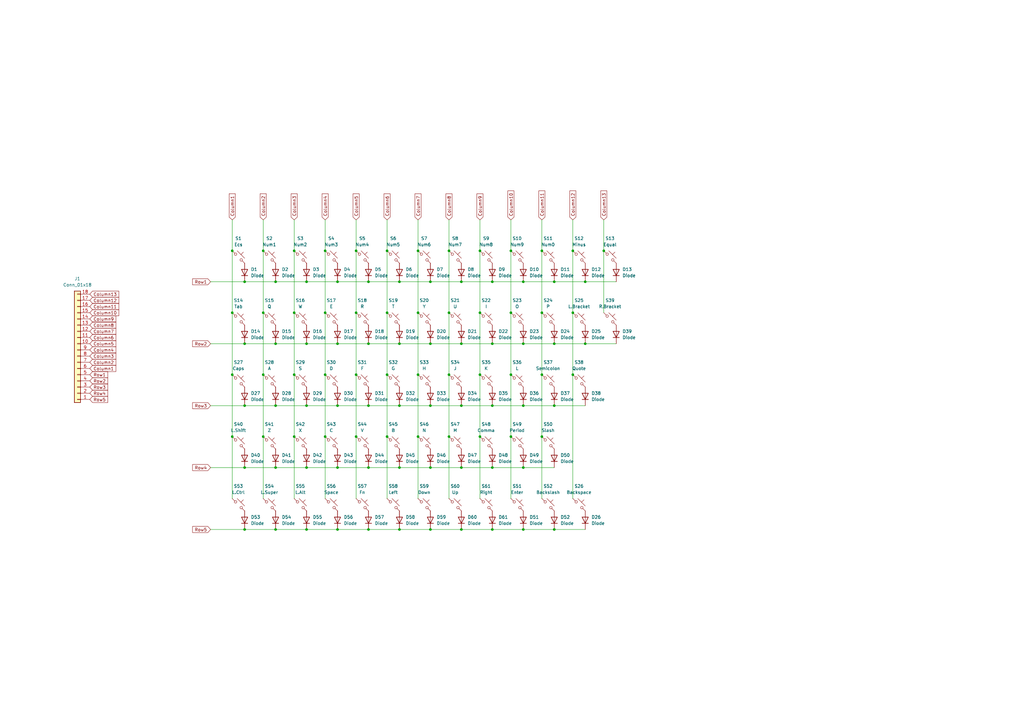
<source format=kicad_sch>
(kicad_sch (version 20231120) (generator "eeschema") (generator_version "8.0")
  (paper "A3")
  (junction (at 240.03 115.57))
  (junction (at 227.33 115.57))
  (junction (at 113.03 191.77))
  (junction (at 247.65 102.87))
  (junction (at 146.05 153.67))
  (junction (at 222.25 153.67))
  (junction (at 146.05 102.87))
  (junction (at 201.93 191.77))
  (junction (at 209.55 128.27))
  (junction (at 176.53 140.97))
  (junction (at 113.03 217.17))
  (junction (at 163.83 191.77))
  (junction (at 214.63 191.77))
  (junction (at 107.95 153.67))
  (junction (at 151.13 166.37))
  (junction (at 100.33 140.97))
  (junction (at 100.33 191.77))
  (junction (at 222.25 128.27))
  (junction (at 214.63 166.37))
  (junction (at 201.93 217.17))
  (junction (at 184.15 128.27))
  (junction (at 100.33 166.37))
  (junction (at 189.23 217.17))
  (junction (at 214.63 217.17))
  (junction (at 125.73 217.17))
  (junction (at 214.63 140.97))
  (junction (at 184.15 153.67))
  (junction (at 107.95 179.07))
  (junction (at 125.73 166.37))
  (junction (at 158.75 102.87))
  (junction (at 209.55 102.87))
  (junction (at 196.85 128.27))
  (junction (at 158.75 179.07))
  (junction (at 95.25 179.07))
  (junction (at 222.25 102.87))
  (junction (at 133.35 128.27))
  (junction (at 163.83 115.57))
  (junction (at 234.95 102.87))
  (junction (at 189.23 115.57))
  (junction (at 184.15 179.07))
  (junction (at 176.53 191.77))
  (junction (at 133.35 102.87))
  (junction (at 138.43 191.77))
  (junction (at 171.45 153.67))
  (junction (at 138.43 115.57))
  (junction (at 113.03 140.97))
  (junction (at 125.73 191.77))
  (junction (at 171.45 102.87))
  (junction (at 209.55 153.67))
  (junction (at 107.95 102.87))
  (junction (at 201.93 140.97))
  (junction (at 176.53 115.57))
  (junction (at 138.43 166.37))
  (junction (at 151.13 191.77))
  (junction (at 120.65 179.07))
  (junction (at 171.45 128.27))
  (junction (at 113.03 166.37))
  (junction (at 196.85 153.67))
  (junction (at 163.83 217.17))
  (junction (at 201.93 166.37))
  (junction (at 189.23 166.37))
  (junction (at 214.63 115.57))
  (junction (at 100.33 217.17))
  (junction (at 222.25 179.07))
  (junction (at 151.13 217.17))
  (junction (at 133.35 153.67))
  (junction (at 158.75 128.27))
  (junction (at 158.75 153.67))
  (junction (at 120.65 102.87))
  (junction (at 146.05 179.07))
  (junction (at 184.15 102.87))
  (junction (at 176.53 217.17))
  (junction (at 189.23 140.97))
  (junction (at 125.73 140.97))
  (junction (at 146.05 128.27))
  (junction (at 120.65 128.27))
  (junction (at 227.33 140.97))
  (junction (at 176.53 166.37))
  (junction (at 151.13 115.57))
  (junction (at 234.95 153.67))
  (junction (at 163.83 166.37))
  (junction (at 171.45 179.07))
  (junction (at 138.43 217.17))
  (junction (at 125.73 115.57))
  (junction (at 95.25 128.27))
  (junction (at 107.95 128.27))
  (junction (at 113.03 115.57))
  (junction (at 100.33 115.57))
  (junction (at 234.95 128.27))
  (junction (at 138.43 140.97))
  (junction (at 133.35 179.07))
  (junction (at 95.25 102.87))
  (junction (at 120.65 153.67))
  (junction (at 227.33 217.17))
  (junction (at 189.23 191.77))
  (junction (at 240.03 140.97))
  (junction (at 227.33 166.37))
  (junction (at 151.13 140.97))
  (junction (at 163.83 140.97))
  (junction (at 196.85 179.07))
  (junction (at 95.25 153.67))
  (junction (at 209.55 179.07))
  (junction (at 196.85 102.87))
  (junction (at 201.93 115.57))
  (wire (pts (xy 100.33 166.37) (xy 113.03 166.37)))
  (wire (pts (xy 209.55 128.27) (xy 209.55 153.67)))
  (wire (pts (xy 209.55 102.87) (xy 209.55 128.27)))
  (wire (pts (xy 189.23 115.57) (xy 201.93 115.57)))
  (wire (pts (xy 138.43 166.37) (xy 151.13 166.37)))
  (wire (pts (xy 222.25 179.07) (xy 222.25 204.47)))
  (wire (pts (xy 201.93 191.77) (xy 214.63 191.77)))
  (wire (pts (xy 163.83 140.97) (xy 176.53 140.97)))
  (wire (pts (xy 95.25 153.67) (xy 95.25 179.07)))
  (wire (pts (xy 138.43 191.77) (xy 151.13 191.77)))
  (wire (pts (xy 107.95 179.07) (xy 107.95 204.47)))
  (wire (pts (xy 196.85 128.27) (xy 196.85 153.67)))
  (wire (pts (xy 176.53 166.37) (xy 189.23 166.37)))
  (wire (pts (xy 163.83 166.37) (xy 176.53 166.37)))
  (wire (pts (xy 107.95 128.27) (xy 107.95 153.67)))
  (wire (pts (xy 120.65 179.07) (xy 120.65 204.47)))
  (wire (pts (xy 247.65 102.87) (xy 247.65 128.27)))
  (wire (pts (xy 201.93 217.17) (xy 214.63 217.17)))
  (wire (pts (xy 163.83 115.57) (xy 176.53 115.57)))
  (wire (pts (xy 86.36 115.57) (xy 100.33 115.57)))
  (wire (pts (xy 158.75 153.67) (xy 158.75 179.07)))
  (wire (pts (xy 107.95 153.67) (xy 107.95 179.07)))
  (wire (pts (xy 138.43 217.17) (xy 151.13 217.17)))
  (wire (pts (xy 222.25 153.67) (xy 222.25 179.07)))
  (wire (pts (xy 95.25 128.27) (xy 95.25 153.67)))
  (wire (pts (xy 227.33 140.97) (xy 240.03 140.97)))
  (wire (pts (xy 146.05 128.27) (xy 146.05 153.67)))
  (wire (pts (xy 176.53 191.77) (xy 189.23 191.77)))
  (wire (pts (xy 158.75 102.87) (xy 158.75 128.27)))
  (wire (pts (xy 120.65 102.87) (xy 120.65 128.27)))
  (wire (pts (xy 146.05 102.87) (xy 146.05 128.27)))
  (wire (pts (xy 227.33 217.17) (xy 240.03 217.17)))
  (wire (pts (xy 125.73 115.57) (xy 138.43 115.57)))
  (wire (pts (xy 146.05 90.17) (xy 146.05 102.87)))
  (wire (pts (xy 201.93 115.57) (xy 214.63 115.57)))
  (wire (pts (xy 125.73 166.37) (xy 138.43 166.37)))
  (wire (pts (xy 133.35 179.07) (xy 133.35 204.47)))
  (wire (pts (xy 113.03 191.77) (xy 125.73 191.77)))
  (wire (pts (xy 171.45 102.87) (xy 171.45 128.27)))
  (wire (pts (xy 196.85 179.07) (xy 196.85 204.47)))
  (wire (pts (xy 209.55 179.07) (xy 209.55 204.47)))
  (wire (pts (xy 196.85 90.17) (xy 196.85 102.87)))
  (wire (pts (xy 158.75 179.07) (xy 158.75 204.47)))
  (wire (pts (xy 95.25 179.07) (xy 95.25 204.47)))
  (wire (pts (xy 113.03 217.17) (xy 125.73 217.17)))
  (wire (pts (xy 151.13 191.77) (xy 163.83 191.77)))
  (wire (pts (xy 86.36 140.97) (xy 100.33 140.97)))
  (wire (pts (xy 189.23 166.37) (xy 201.93 166.37)))
  (wire (pts (xy 125.73 191.77) (xy 138.43 191.77)))
  (wire (pts (xy 138.43 140.97) (xy 151.13 140.97)))
  (wire (pts (xy 151.13 217.17) (xy 163.83 217.17)))
  (wire (pts (xy 95.25 102.87) (xy 95.25 128.27)))
  (wire (pts (xy 107.95 90.17) (xy 107.95 102.87)))
  (wire (pts (xy 209.55 153.67) (xy 209.55 179.07)))
  (wire (pts (xy 171.45 128.27) (xy 171.45 153.67)))
  (wire (pts (xy 222.25 128.27) (xy 222.25 153.67)))
  (wire (pts (xy 196.85 102.87) (xy 196.85 128.27)))
  (wire (pts (xy 176.53 115.57) (xy 189.23 115.57)))
  (wire (pts (xy 113.03 140.97) (xy 125.73 140.97)))
  (wire (pts (xy 138.43 115.57) (xy 151.13 115.57)))
  (wire (pts (xy 86.36 217.17) (xy 100.33 217.17)))
  (wire (pts (xy 189.23 217.17) (xy 201.93 217.17)))
  (wire (pts (xy 125.73 217.17) (xy 138.43 217.17)))
  (wire (pts (xy 201.93 140.97) (xy 214.63 140.97)))
  (wire (pts (xy 146.05 179.07) (xy 146.05 204.47)))
  (wire (pts (xy 107.95 102.87) (xy 107.95 128.27)))
  (wire (pts (xy 133.35 128.27) (xy 133.35 153.67)))
  (wire (pts (xy 120.65 153.67) (xy 120.65 179.07)))
  (wire (pts (xy 247.65 90.17) (xy 247.65 102.87)))
  (wire (pts (xy 171.45 179.07) (xy 171.45 204.47)))
  (wire (pts (xy 125.73 140.97) (xy 138.43 140.97)))
  (wire (pts (xy 158.75 128.27) (xy 158.75 153.67)))
  (wire (pts (xy 214.63 140.97) (xy 227.33 140.97)))
  (wire (pts (xy 163.83 191.77) (xy 176.53 191.77)))
  (wire (pts (xy 171.45 90.17) (xy 171.45 102.87)))
  (wire (pts (xy 133.35 153.67) (xy 133.35 179.07)))
  (wire (pts (xy 86.36 191.77) (xy 100.33 191.77)))
  (wire (pts (xy 151.13 166.37) (xy 163.83 166.37)))
  (wire (pts (xy 176.53 140.97) (xy 189.23 140.97)))
  (wire (pts (xy 184.15 179.07) (xy 184.15 204.47)))
  (wire (pts (xy 133.35 90.17) (xy 133.35 102.87)))
  (wire (pts (xy 234.95 90.17) (xy 234.95 102.87)))
  (wire (pts (xy 120.65 90.17) (xy 120.65 102.87)))
  (wire (pts (xy 240.03 115.57) (xy 252.73 115.57)))
  (wire (pts (xy 151.13 140.97) (xy 163.83 140.97)))
  (wire (pts (xy 100.33 191.77) (xy 113.03 191.77)))
  (wire (pts (xy 234.95 128.27) (xy 234.95 153.67)))
  (wire (pts (xy 100.33 115.57) (xy 113.03 115.57)))
  (wire (pts (xy 163.83 217.17) (xy 176.53 217.17)))
  (wire (pts (xy 113.03 115.57) (xy 125.73 115.57)))
  (wire (pts (xy 146.05 153.67) (xy 146.05 179.07)))
  (wire (pts (xy 234.95 102.87) (xy 234.95 128.27)))
  (wire (pts (xy 100.33 140.97) (xy 113.03 140.97)))
  (wire (pts (xy 86.36 166.37) (xy 100.33 166.37)))
  (wire (pts (xy 158.75 90.17) (xy 158.75 102.87)))
  (wire (pts (xy 113.03 166.37) (xy 125.73 166.37)))
  (wire (pts (xy 184.15 90.17) (xy 184.15 102.87)))
  (wire (pts (xy 176.53 217.17) (xy 189.23 217.17)))
  (wire (pts (xy 189.23 140.97) (xy 201.93 140.97)))
  (wire (pts (xy 209.55 90.17) (xy 209.55 102.87)))
  (wire (pts (xy 214.63 166.37) (xy 227.33 166.37)))
  (wire (pts (xy 184.15 128.27) (xy 184.15 153.67)))
  (wire (pts (xy 227.33 166.37) (xy 240.03 166.37)))
  (wire (pts (xy 214.63 115.57) (xy 227.33 115.57)))
  (wire (pts (xy 95.25 90.17) (xy 95.25 102.87)))
  (wire (pts (xy 151.13 115.57) (xy 163.83 115.57)))
  (wire (pts (xy 227.33 115.57) (xy 240.03 115.57)))
  (wire (pts (xy 189.23 191.77) (xy 201.93 191.77)))
  (wire (pts (xy 201.93 166.37) (xy 214.63 166.37)))
  (wire (pts (xy 214.63 217.17) (xy 227.33 217.17)))
  (wire (pts (xy 120.65 128.27) (xy 120.65 153.67)))
  (wire (pts (xy 222.25 90.17) (xy 222.25 102.87)))
  (wire (pts (xy 171.45 153.67) (xy 171.45 179.07)))
  (wire (pts (xy 222.25 102.87) (xy 222.25 128.27)))
  (wire (pts (xy 234.95 153.67) (xy 234.95 204.47)))
  (wire (pts (xy 133.35 102.87) (xy 133.35 128.27)))
  (wire (pts (xy 184.15 153.67) (xy 184.15 179.07)))
  (wire (pts (xy 240.03 140.97) (xy 252.73 140.97)))
  (wire (pts (xy 184.15 102.87) (xy 184.15 128.27)))
  (wire (pts (xy 196.85 153.67) (xy 196.85 179.07)))
  (wire (pts (xy 214.63 191.77) (xy 227.33 191.77)))
  (wire (pts (xy 100.33 217.17) (xy 113.03 217.17)))
  (global_label "Row3" (shape input) (at 86.36 166.37 180) (property "Intersheetrefs" "${INTERSHEET_REFS}" (effects (hide yes))))
  (global_label "Row2" (shape input) (at 86.36 140.97 180) (property "Intersheetrefs" "${INTERSHEET_REFS}" (effects (hide yes))))
  (global_label "Column6" (shape input) (at 158.75 90.17 90) (property "Intersheetrefs" "${INTERSHEET_REFS}" (effects (hide yes))))
  (global_label "Column2" (shape input) (at 36.83 148.59 0) (property "Intersheetrefs" "${INTERSHEET_REFS}" (effects (hide yes))))
  (global_label "Row1" (shape input) (at 86.36 115.57 180) (property "Intersheetrefs" "${INTERSHEET_REFS}" (effects (hide yes))))
  (global_label "Column8" (shape input) (at 36.83 133.35 0) (property "Intersheetrefs" "${INTERSHEET_REFS}" (effects (hide yes))))
  (global_label "Column4" (shape input) (at 133.35 90.17 90) (property "Intersheetrefs" "${INTERSHEET_REFS}" (effects (hide yes))))
  (global_label "Column12" (shape input) (at 234.95 90.17 90) (property "Intersheetrefs" "${INTERSHEET_REFS}" (effects (hide yes))))
  (global_label "Column10" (shape input) (at 36.83 128.27 0) (property "Intersheetrefs" "${INTERSHEET_REFS}" (effects (hide yes))))
  (global_label "Row2" (shape input) (at 36.83 156.21 0) (property "Intersheetrefs" "${INTERSHEET_REFS}" (effects (hide yes))))
  (global_label "Column5" (shape input) (at 146.05 90.17 90) (property "Intersheetrefs" "${INTERSHEET_REFS}" (effects (hide yes))))
  (global_label "Column9" (shape input) (at 36.83 130.81 0) (property "Intersheetrefs" "${INTERSHEET_REFS}" (effects (hide yes))))
  (global_label "Column3" (shape input) (at 120.65 90.17 90) (property "Intersheetrefs" "${INTERSHEET_REFS}" (effects (hide yes))))
  (global_label "Column7" (shape input) (at 171.45 90.17 90) (property "Intersheetrefs" "${INTERSHEET_REFS}" (effects (hide yes))))
  (global_label "Row5" (shape input) (at 86.36 217.17 180) (property "Intersheetrefs" "${INTERSHEET_REFS}" (effects (hide yes))))
  (global_label "Column10" (shape input) (at 209.55 90.17 90) (property "Intersheetrefs" "${INTERSHEET_REFS}" (effects (hide yes))))
  (global_label "Column7" (shape input) (at 36.83 135.89 0) (property "Intersheetrefs" "${INTERSHEET_REFS}" (effects (hide yes))))
  (global_label "Column6" (shape input) (at 36.83 138.43 0) (property "Intersheetrefs" "${INTERSHEET_REFS}" (effects (hide yes))))
  (global_label "Row4" (shape input) (at 36.83 161.29 0) (property "Intersheetrefs" "${INTERSHEET_REFS}" (effects (hide yes))))
  (global_label "Row3" (shape input) (at 36.83 158.75 0) (property "Intersheetrefs" "${INTERSHEET_REFS}" (effects (hide yes))))
  (global_label "Column1" (shape input) (at 95.25 90.17 90) (property "Intersheetrefs" "${INTERSHEET_REFS}" (effects (hide yes))))
  (global_label "Column5" (shape input) (at 36.83 140.97 0) (property "Intersheetrefs" "${INTERSHEET_REFS}" (effects (hide yes))))
  (global_label "Row4" (shape input) (at 86.36 191.77 180) (property "Intersheetrefs" "${INTERSHEET_REFS}" (effects (hide yes))))
  (global_label "Row5" (shape input) (at 36.83 163.83 0) (property "Intersheetrefs" "${INTERSHEET_REFS}" (effects (hide yes))))
  (global_label "Column13" (shape input) (at 247.65 90.17 90) (property "Intersheetrefs" "${INTERSHEET_REFS}" (effects (hide yes))))
  (global_label "Column11" (shape input) (at 222.25 90.17 90) (property "Intersheetrefs" "${INTERSHEET_REFS}" (effects (hide yes))))
  (global_label "Column1" (shape input) (at 36.83 151.13 0) (property "Intersheetrefs" "${INTERSHEET_REFS}" (effects (hide yes))))
  (global_label "Column3" (shape input) (at 36.83 146.05 0) (property "Intersheetrefs" "${INTERSHEET_REFS}" (effects (hide yes))))
  (global_label "Column2" (shape input) (at 107.95 90.17 90) (property "Intersheetrefs" "${INTERSHEET_REFS}" (effects (hide yes))))
  (global_label "Column4" (shape input) (at 36.83 143.51 0) (property "Intersheetrefs" "${INTERSHEET_REFS}" (effects (hide yes))))
  (global_label "Row1" (shape input) (at 36.83 153.67 0) (property "Intersheetrefs" "${INTERSHEET_REFS}" (effects (hide yes))))
  (global_label "Column8" (shape input) (at 184.15 90.17 90) (property "Intersheetrefs" "${INTERSHEET_REFS}" (effects (hide yes))))
  (global_label "Column9" (shape input) (at 196.85 90.17 90) (property "Intersheetrefs" "${INTERSHEET_REFS}" (effects (hide yes))))
  (global_label "Column12" (shape input) (at 36.83 123.19 0) (property "Intersheetrefs" "${INTERSHEET_REFS}" (effects (hide yes))))
  (global_label "Column13" (shape input) (at 36.83 120.65 0) (property "Intersheetrefs" "${INTERSHEET_REFS}" (effects (hide yes))))
  (global_label "Column11" (shape input) (at 36.83 125.73 0) (property "Intersheetrefs" "${INTERSHEET_REFS}" (effects (hide yes))))
  (symbol (lib_id "ScottoKeebs:Placeholder_Diode") (at 125.73 187.96 90) (unit 1)
    (property "Reference" "D42" (at 128.27 186.6899 90) (effects (justify right)))
    (property "Value" "Diode" (at 128.27 189.2299 90) (effects (justify right)))
    (property "Footprint" "Diode_SMD:D_SOD-123" (effects (hide yes)))
    (property "Description" "1N4148 (DO-35) or 1N4148W (SOD-123)" (effects (hide yes)))
    (property "Sim.Device" "D" (effects (hide yes)))
    (property "Sim.Pins" "1=K 2=A" (effects (hide yes)))
  )
  (symbol (lib_id "ScottoKeebs:Placeholder_Diode") (at 138.43 137.16 90) (unit 1)
    (property "Reference" "D17" (at 140.97 135.8899 90) (effects (justify right)))
    (property "Value" "Diode" (at 140.97 138.4299 90) (effects (justify right)))
    (property "Footprint" "Diode_SMD:D_SOD-123" (effects (hide yes)))
    (property "Description" "1N4148 (DO-35) or 1N4148W (SOD-123)" (effects (hide yes)))
    (property "Sim.Device" "D" (effects (hide yes)))
    (property "Sim.Pins" "1=K 2=A" (effects (hide yes)))
  )
  (symbol (lib_id "ScottoKeebs:Placeholder_Keyswitch") (at 186.69 181.61 0) (unit 1)
    (property "Reference" "S47" (at 186.69 173.99 0))
    (property "Value" "M" (at 186.69 176.53 0))
    (property "Footprint" "ScottoKeebs_Hotswap:Hotswap_MX_1.00u" (effects (hide yes)))
    (property "Description" "Push button switch, normally open, two pins, 45° tilted" (effects (hide yes)))
  )
  (symbol (lib_id "ScottoKeebs:Placeholder_Keyswitch") (at 173.99 105.41 0) (unit 1)
    (property "Reference" "S7" (at 173.99 97.79 0))
    (property "Value" "Num6" (at 173.99 100.33 0))
    (property "Footprint" "ScottoKeebs_Hotswap:Hotswap_MX_1.00u" (effects (hide yes)))
    (property "Description" "Push button switch, normally open, two pins, 45° tilted" (effects (hide yes)))
  )
  (symbol (lib_id "ScottoKeebs:Placeholder_Diode") (at 227.33 137.16 90) (unit 1)
    (property "Reference" "D24" (at 229.87 135.8899 90) (effects (justify right)))
    (property "Value" "Diode" (at 229.87 138.4299 90) (effects (justify right)))
    (property "Footprint" "Diode_SMD:D_SOD-123" (effects (hide yes)))
    (property "Description" "1N4148 (DO-35) or 1N4148W (SOD-123)" (effects (hide yes)))
    (property "Sim.Device" "D" (effects (hide yes)))
    (property "Sim.Pins" "1=K 2=A" (effects (hide yes)))
  )
  (symbol (lib_id "ScottoKeebs:Placeholder_Diode") (at 113.03 187.96 90) (unit 1)
    (property "Reference" "D41" (at 115.57 186.6899 90) (effects (justify right)))
    (property "Value" "Diode" (at 115.57 189.2299 90) (effects (justify right)))
    (property "Footprint" "Diode_SMD:D_SOD-123" (effects (hide yes)))
    (property "Description" "1N4148 (DO-35) or 1N4148W (SOD-123)" (effects (hide yes)))
    (property "Sim.Device" "D" (effects (hide yes)))
    (property "Sim.Pins" "1=K 2=A" (effects (hide yes)))
  )
  (symbol (lib_id "ScottoKeebs:Placeholder_Keyswitch") (at 237.49 105.41 0) (unit 1)
    (property "Reference" "S12" (at 237.49 97.79 0))
    (property "Value" "Minus" (at 237.49 100.33 0))
    (property "Footprint" "ScottoKeebs_Hotswap:Hotswap_MX_1.00u" (effects (hide yes)))
    (property "Description" "Push button switch, normally open, two pins, 45° tilted" (effects (hide yes)))
  )
  (symbol (lib_id "ScottoKeebs:Placeholder_Diode") (at 176.53 187.96 90) (unit 1)
    (property "Reference" "D46" (at 179.07 186.6899 90) (effects (justify right)))
    (property "Value" "Diode" (at 179.07 189.2299 90) (effects (justify right)))
    (property "Footprint" "Diode_SMD:D_SOD-123" (effects (hide yes)))
    (property "Description" "1N4148 (DO-35) or 1N4148W (SOD-123)" (effects (hide yes)))
    (property "Sim.Device" "D" (effects (hide yes)))
    (property "Sim.Pins" "1=K 2=A" (effects (hide yes)))
  )
  (symbol (lib_id "ScottoKeebs:Placeholder_Keyswitch") (at 97.79 156.21 0) (unit 1)
    (property "Reference" "S27" (at 97.79 148.59 0))
    (property "Value" "Caps" (at 97.79 151.13 0))
    (property "Footprint" "ScottoKeebs_Hotswap:Hotswap_MX_1.75u" (effects (hide yes)))
    (property "Description" "Push button switch, normally open, two pins, 45° tilted" (effects (hide yes)))
  )
  (symbol (lib_id "ScottoKeebs:Placeholder_Diode") (at 189.23 111.76 90) (unit 1)
    (property "Reference" "D8" (at 191.77 110.4899 90) (effects (justify right)))
    (property "Value" "Diode" (at 191.77 113.0299 90) (effects (justify right)))
    (property "Footprint" "Diode_SMD:D_SOD-123" (effects (hide yes)))
    (property "Description" "1N4148 (DO-35) or 1N4148W (SOD-123)" (effects (hide yes)))
    (property "Sim.Device" "D" (effects (hide yes)))
    (property "Sim.Pins" "1=K 2=A" (effects (hide yes)))
  )
  (symbol (lib_id "ScottoKeebs:Placeholder_Keyswitch") (at 224.79 181.61 0) (unit 1)
    (property "Reference" "S50" (at 224.79 173.99 0))
    (property "Value" "Slash" (at 224.79 176.53 0))
    (property "Footprint" "ScottoKeebs_Hotswap:Hotswap_MX_1.00u" (effects (hide yes)))
    (property "Description" "Push button switch, normally open, two pins, 45° tilted" (effects (hide yes)))
  )
  (symbol (lib_id "ScottoKeebs:Placeholder_Diode") (at 240.03 162.56 90) (unit 1)
    (property "Reference" "D38" (at 242.57 161.2899 90) (effects (justify right)))
    (property "Value" "Diode" (at 242.57 163.8299 90) (effects (justify right)))
    (property "Footprint" "Diode_SMD:D_SOD-123" (effects (hide yes)))
    (property "Description" "1N4148 (DO-35) or 1N4148W (SOD-123)" (effects (hide yes)))
    (property "Sim.Device" "D" (effects (hide yes)))
    (property "Sim.Pins" "1=K 2=A" (effects (hide yes)))
  )
  (symbol (lib_id "ScottoKeebs:Placeholder_Diode") (at 176.53 213.36 90) (unit 1)
    (property "Reference" "D59" (at 179.07 212.0899 90) (effects (justify right)))
    (property "Value" "Diode" (at 179.07 214.6299 90) (effects (justify right)))
    (property "Footprint" "Diode_SMD:D_SOD-123" (effects (hide yes)))
    (property "Description" "1N4148 (DO-35) or 1N4148W (SOD-123)" (effects (hide yes)))
    (property "Sim.Device" "D" (effects (hide yes)))
    (property "Sim.Pins" "1=K 2=A" (effects (hide yes)))
  )
  (symbol (lib_id "ScottoKeebs:Placeholder_Keyswitch") (at 224.79 207.01 0) (unit 1)
    (property "Reference" "S52" (at 224.79 199.39 0))
    (property "Value" "Backslash" (at 224.79 201.93 0))
    (property "Footprint" "ScottoKeebs_Hotswap:Hotswap_MX_1.50u" (effects (hide yes)))
    (property "Description" "Push button switch, normally open, two pins, 45° tilted" (effects (hide yes)))
  )
  (symbol (lib_id "ScottoKeebs:Placeholder_Keyswitch") (at 135.89 130.81 0) (unit 1)
    (property "Reference" "S17" (at 135.89 123.19 0))
    (property "Value" "E" (at 135.89 125.73 0))
    (property "Footprint" "ScottoKeebs_Hotswap:Hotswap_MX_1.00u" (effects (hide yes)))
    (property "Description" "Push button switch, normally open, two pins, 45° tilted" (effects (hide yes)))
  )
  (symbol (lib_id "ScottoKeebs:Placeholder_Keyswitch") (at 224.79 156.21 0) (unit 1)
    (property "Reference" "S37" (at 224.79 148.59 0))
    (property "Value" "Semicolon" (at 224.79 151.13 0))
    (property "Footprint" "ScottoKeebs_Hotswap:Hotswap_MX_1.00u" (effects (hide yes)))
    (property "Description" "Push button switch, normally open, two pins, 45° tilted" (effects (hide yes)))
  )
  (symbol (lib_id "ScottoKeebs:Placeholder_Diode") (at 138.43 111.76 90) (unit 1)
    (property "Reference" "D4" (at 140.97 110.4899 90) (effects (justify right)))
    (property "Value" "Diode" (at 140.97 113.0299 90) (effects (justify right)))
    (property "Footprint" "Diode_SMD:D_SOD-123" (effects (hide yes)))
    (property "Description" "1N4148 (DO-35) or 1N4148W (SOD-123)" (effects (hide yes)))
    (property "Sim.Device" "D" (effects (hide yes)))
    (property "Sim.Pins" "1=K 2=A" (effects (hide yes)))
  )
  (symbol (lib_id "ScottoKeebs:Placeholder_Diode") (at 151.13 162.56 90) (unit 1)
    (property "Reference" "D31" (at 153.67 161.2899 90) (effects (justify right)))
    (property "Value" "Diode" (at 153.67 163.8299 90) (effects (justify right)))
    (property "Footprint" "Diode_SMD:D_SOD-123" (effects (hide yes)))
    (property "Description" "1N4148 (DO-35) or 1N4148W (SOD-123)" (effects (hide yes)))
    (property "Sim.Device" "D" (effects (hide yes)))
    (property "Sim.Pins" "1=K 2=A" (effects (hide yes)))
  )
  (symbol (lib_id "ScottoKeebs:Placeholder_Diode") (at 113.03 162.56 90) (unit 1)
    (property "Reference" "D28" (at 115.57 161.2899 90) (effects (justify right)))
    (property "Value" "Diode" (at 115.57 163.8299 90) (effects (justify right)))
    (property "Footprint" "Diode_SMD:D_SOD-123" (effects (hide yes)))
    (property "Description" "1N4148 (DO-35) or 1N4148W (SOD-123)" (effects (hide yes)))
    (property "Sim.Device" "D" (effects (hide yes)))
    (property "Sim.Pins" "1=K 2=A" (effects (hide yes)))
  )
  (symbol (lib_id "ScottoKeebs:Placeholder_Keyswitch") (at 250.19 105.41 0) (unit 1)
    (property "Reference" "S13" (at 250.19 97.79 0))
    (property "Value" "Equal" (at 250.19 100.33 0))
    (property "Footprint" "ScottoKeebs_Hotswap:Hotswap_MX_1.00u" (effects (hide yes)))
    (property "Description" "Push button switch, normally open, two pins, 45° tilted" (effects (hide yes)))
  )
  (symbol (lib_id "ScottoKeebs:Placeholder_Keyswitch") (at 186.69 130.81 0) (unit 1)
    (property "Reference" "S21" (at 186.69 123.19 0))
    (property "Value" "U" (at 186.69 125.73 0))
    (property "Footprint" "ScottoKeebs_Hotswap:Hotswap_MX_1.00u" (effects (hide yes)))
    (property "Description" "Push button switch, normally open, two pins, 45° tilted" (effects (hide yes)))
  )
  (symbol (lib_id "ScottoKeebs:Placeholder_Keyswitch") (at 123.19 207.01 0) (unit 1)
    (property "Reference" "S55" (at 123.19 199.39 0))
    (property "Value" "L.Alt" (at 123.19 201.93 0))
    (property "Footprint" "ScottoKeebs_Hotswap:Hotswap_MX_1.25u" (effects (hide yes)))
    (property "Description" "Push button switch, normally open, two pins, 45° tilted" (effects (hide yes)))
  )
  (symbol (lib_id "ScottoKeebs:Placeholder_Diode") (at 151.13 187.96 90) (unit 1)
    (property "Reference" "D44" (at 153.67 186.6899 90) (effects (justify right)))
    (property "Value" "Diode" (at 153.67 189.2299 90) (effects (justify right)))
    (property "Footprint" "Diode_SMD:D_SOD-123" (effects (hide yes)))
    (property "Description" "1N4148 (DO-35) or 1N4148W (SOD-123)" (effects (hide yes)))
    (property "Sim.Device" "D" (effects (hide yes)))
    (property "Sim.Pins" "1=K 2=A" (effects (hide yes)))
  )
  (symbol (lib_id "ScottoKeebs:Placeholder_Keyswitch") (at 123.19 181.61 0) (unit 1)
    (property "Reference" "S42" (at 123.19 173.99 0))
    (property "Value" "X" (at 123.19 176.53 0))
    (property "Footprint" "ScottoKeebs_Hotswap:Hotswap_MX_1.00u" (effects (hide yes)))
    (property "Description" "Push button switch, normally open, two pins, 45° tilted" (effects (hide yes)))
  )
  (symbol (lib_id "ScottoKeebs:Placeholder_Diode") (at 201.93 162.56 90) (unit 1)
    (property "Reference" "D35" (at 204.47 161.2899 90) (effects (justify right)))
    (property "Value" "Diode" (at 204.47 163.8299 90) (effects (justify right)))
    (property "Footprint" "Diode_SMD:D_SOD-123" (effects (hide yes)))
    (property "Description" "1N4148 (DO-35) or 1N4148W (SOD-123)" (effects (hide yes)))
    (property "Sim.Device" "D" (effects (hide yes)))
    (property "Sim.Pins" "1=K 2=A" (effects (hide yes)))
  )
  (symbol (lib_id "ScottoKeebs:Placeholder_Diode") (at 125.73 213.36 90) (unit 1)
    (property "Reference" "D55" (at 128.27 212.0899 90) (effects (justify right)))
    (property "Value" "Diode" (at 128.27 214.6299 90) (effects (justify right)))
    (property "Footprint" "Diode_SMD:D_SOD-123" (effects (hide yes)))
    (property "Description" "1N4148 (DO-35) or 1N4148W (SOD-123)" (effects (hide yes)))
    (property "Sim.Device" "D" (effects (hide yes)))
    (property "Sim.Pins" "1=K 2=A" (effects (hide yes)))
  )
  (symbol (lib_id "ScottoKeebs:Placeholder_Diode") (at 163.83 137.16 90) (unit 1)
    (property "Reference" "D19" (at 166.37 135.8899 90) (effects (justify right)))
    (property "Value" "Diode" (at 166.37 138.4299 90) (effects (justify right)))
    (property "Footprint" "Diode_SMD:D_SOD-123" (effects (hide yes)))
    (property "Description" "1N4148 (DO-35) or 1N4148W (SOD-123)" (effects (hide yes)))
    (property "Sim.Device" "D" (effects (hide yes)))
    (property "Sim.Pins" "1=K 2=A" (effects (hide yes)))
  )
  (symbol (lib_id "ScottoKeebs:Placeholder_Keyswitch") (at 212.09 207.01 0) (unit 1)
    (property "Reference" "S51" (at 212.09 199.39 0))
    (property "Value" "Enter" (at 212.09 201.93 0))
    (property "Footprint" "ScottoKeebs_Hotswap:Hotswap_MX_2.25u" (effects (hide yes)))
    (property "Description" "Push button switch, normally open, two pins, 45° tilted" (effects (hide yes)))
  )
  (symbol (lib_id "ScottoKeebs:Placeholder_Diode") (at 214.63 162.56 90) (unit 1)
    (property "Reference" "D36" (at 217.17 161.2899 90) (effects (justify right)))
    (property "Value" "Diode" (at 217.17 163.8299 90) (effects (justify right)))
    (property "Footprint" "Diode_SMD:D_SOD-123" (effects (hide yes)))
    (property "Description" "1N4148 (DO-35) or 1N4148W (SOD-123)" (effects (hide yes)))
    (property "Sim.Device" "D" (effects (hide yes)))
    (property "Sim.Pins" "1=K 2=A" (effects (hide yes)))
  )
  (symbol (lib_id "ScottoKeebs:Placeholder_Keyswitch") (at 110.49 207.01 0) (unit 1)
    (property "Reference" "S54" (at 110.49 199.39 0))
    (property "Value" "L.Super" (at 110.49 201.93 0))
    (property "Footprint" "ScottoKeebs_Hotswap:Hotswap_MX_1.25u" (effects (hide yes)))
    (property "Description" "Push button switch, normally open, two pins, 45° tilted" (effects (hide yes)))
  )
  (symbol (lib_id "ScottoKeebs:Placeholder_Diode") (at 113.03 137.16 90) (unit 1)
    (property "Reference" "D15" (at 115.57 135.8899 90) (effects (justify right)))
    (property "Value" "Diode" (at 115.57 138.4299 90) (effects (justify right)))
    (property "Footprint" "Diode_SMD:D_SOD-123" (effects (hide yes)))
    (property "Description" "1N4148 (DO-35) or 1N4148W (SOD-123)" (effects (hide yes)))
    (property "Sim.Device" "D" (effects (hide yes)))
    (property "Sim.Pins" "1=K 2=A" (effects (hide yes)))
  )
  (symbol (lib_id "ScottoKeebs:Placeholder_Diode") (at 189.23 213.36 90) (unit 1)
    (property "Reference" "D60" (at 191.77 212.0899 90) (effects (justify right)))
    (property "Value" "Diode" (at 191.77 214.6299 90) (effects (justify right)))
    (property "Footprint" "Diode_SMD:D_SOD-123" (effects (hide yes)))
    (property "Description" "1N4148 (DO-35) or 1N4148W (SOD-123)" (effects (hide yes)))
    (property "Sim.Device" "D" (effects (hide yes)))
    (property "Sim.Pins" "1=K 2=A" (effects (hide yes)))
  )
  (symbol (lib_id "ScottoKeebs:Placeholder_Keyswitch") (at 148.59 105.41 0) (unit 1)
    (property "Reference" "S5" (at 148.59 97.79 0))
    (property "Value" "Num4" (at 148.59 100.33 0))
    (property "Footprint" "ScottoKeebs_Hotswap:Hotswap_MX_1.00u" (effects (hide yes)))
    (property "Description" "Push button switch, normally open, two pins, 45° tilted" (effects (hide yes)))
  )
  (symbol (lib_id "ScottoKeebs:Placeholder_Diode") (at 100.33 162.56 90) (unit 1)
    (property "Reference" "D27" (at 102.87 161.2899 90) (effects (justify right)))
    (property "Value" "Diode" (at 102.87 163.8299 90) (effects (justify right)))
    (property "Footprint" "Diode_SMD:D_SOD-123" (effects (hide yes)))
    (property "Description" "1N4148 (DO-35) or 1N4148W (SOD-123)" (effects (hide yes)))
    (property "Sim.Device" "D" (effects (hide yes)))
    (property "Sim.Pins" "1=K 2=A" (effects (hide yes)))
  )
  (symbol (lib_id "ScottoKeebs:Placeholder_Keyswitch") (at 135.89 156.21 0) (unit 1)
    (property "Reference" "S30" (at 135.89 148.59 0))
    (property "Value" "D" (at 135.89 151.13 0))
    (property "Footprint" "ScottoKeebs_Hotswap:Hotswap_MX_1.00u" (effects (hide yes)))
    (property "Description" "Push button switch, normally open, two pins, 45° tilted" (effects (hide yes)))
  )
  (symbol (lib_id "ScottoKeebs:Placeholder_Diode") (at 163.83 213.36 90) (unit 1)
    (property "Reference" "D58" (at 166.37 212.0899 90) (effects (justify right)))
    (property "Value" "Diode" (at 166.37 214.6299 90) (effects (justify right)))
    (property "Footprint" "Diode_SMD:D_SOD-123" (effects (hide yes)))
    (property "Description" "1N4148 (DO-35) or 1N4148W (SOD-123)" (effects (hide yes)))
    (property "Sim.Device" "D" (effects (hide yes)))
    (property "Sim.Pins" "1=K 2=A" (effects (hide yes)))
  )
  (symbol (lib_id "ScottoKeebs:Placeholder_Diode") (at 214.63 187.96 90) (unit 1)
    (property "Reference" "D49" (at 217.17 186.6899 90) (effects (justify right)))
    (property "Value" "Diode" (at 217.17 189.2299 90) (effects (justify right)))
    (property "Footprint" "Diode_SMD:D_SOD-123" (effects (hide yes)))
    (property "Description" "1N4148 (DO-35) or 1N4148W (SOD-123)" (effects (hide yes)))
    (property "Sim.Device" "D" (effects (hide yes)))
    (property "Sim.Pins" "1=K 2=A" (effects (hide yes)))
  )
  (symbol (lib_id "ScottoKeebs:Placeholder_Diode") (at 240.03 137.16 90) (unit 1)
    (property "Reference" "D25" (at 242.57 135.8899 90) (effects (justify right)))
    (property "Value" "Diode" (at 242.57 138.4299 90) (effects (justify right)))
    (property "Footprint" "Diode_SMD:D_SOD-123" (effects (hide yes)))
    (property "Description" "1N4148 (DO-35) or 1N4148W (SOD-123)" (effects (hide yes)))
    (property "Sim.Device" "D" (effects (hide yes)))
    (property "Sim.Pins" "1=K 2=A" (effects (hide yes)))
  )
  (symbol (lib_id "ScottoKeebs:Placeholder_Keyswitch") (at 97.79 207.01 0) (unit 1)
    (property "Reference" "S53" (at 97.79 199.39 0))
    (property "Value" "L.Ctrl" (at 97.79 201.93 0))
    (property "Footprint" "ScottoKeebs_Hotswap:Hotswap_MX_1.25u" (effects (hide yes)))
    (property "Description" "Push button switch, normally open, two pins, 45° tilted" (effects (hide yes)))
  )
  (symbol (lib_id "ScottoKeebs:Placeholder_Diode") (at 163.83 111.76 90) (unit 1)
    (property "Reference" "D6" (at 166.37 110.4899 90) (effects (justify right)))
    (property "Value" "Diode" (at 166.37 113.0299 90) (effects (justify right)))
    (property "Footprint" "Diode_SMD:D_SOD-123" (effects (hide yes)))
    (property "Description" "1N4148 (DO-35) or 1N4148W (SOD-123)" (effects (hide yes)))
    (property "Sim.Device" "D" (effects (hide yes)))
    (property "Sim.Pins" "1=K 2=A" (effects (hide yes)))
  )
  (symbol (lib_id "ScottoKeebs:Placeholder_Diode") (at 189.23 162.56 90) (unit 1)
    (property "Reference" "D34" (at 191.77 161.2899 90) (effects (justify right)))
    (property "Value" "Diode" (at 191.77 163.8299 90) (effects (justify right)))
    (property "Footprint" "Diode_SMD:D_SOD-123" (effects (hide yes)))
    (property "Description" "1N4148 (DO-35) or 1N4148W (SOD-123)" (effects (hide yes)))
    (property "Sim.Device" "D" (effects (hide yes)))
    (property "Sim.Pins" "1=K 2=A" (effects (hide yes)))
  )
  (symbol (lib_id "ScottoKeebs:Placeholder_Keyswitch") (at 148.59 130.81 0) (unit 1)
    (property "Reference" "S18" (at 148.59 123.19 0))
    (property "Value" "R" (at 148.59 125.73 0))
    (property "Footprint" "ScottoKeebs_Hotswap:Hotswap_MX_1.00u" (effects (hide yes)))
    (property "Description" "Push button switch, normally open, two pins, 45° tilted" (effects (hide yes)))
  )
  (symbol (lib_id "ScottoKeebs:Placeholder_Keyswitch") (at 224.79 130.81 0) (unit 1)
    (property "Reference" "S24" (at 224.79 123.19 0))
    (property "Value" "P" (at 224.79 125.73 0))
    (property "Footprint" "ScottoKeebs_Hotswap:Hotswap_MX_1.00u" (effects (hide yes)))
    (property "Description" "Push button switch, normally open, two pins, 45° tilted" (effects (hide yes)))
  )
  (symbol (lib_id "ScottoKeebs:Placeholder_Diode") (at 151.13 137.16 90) (unit 1)
    (property "Reference" "D18" (at 153.67 135.8899 90) (effects (justify right)))
    (property "Value" "Diode" (at 153.67 138.4299 90) (effects (justify right)))
    (property "Footprint" "Diode_SMD:D_SOD-123" (effects (hide yes)))
    (property "Description" "1N4148 (DO-35) or 1N4148W (SOD-123)" (effects (hide yes)))
    (property "Sim.Device" "D" (effects (hide yes)))
    (property "Sim.Pins" "1=K 2=A" (effects (hide yes)))
  )
  (symbol (lib_id "ScottoKeebs:Placeholder_Keyswitch") (at 212.09 130.81 0) (unit 1)
    (property "Reference" "S23" (at 212.09 123.19 0))
    (property "Value" "O" (at 212.09 125.73 0))
    (property "Footprint" "ScottoKeebs_Hotswap:Hotswap_MX_1.00u" (effects (hide yes)))
    (property "Description" "Push button switch, normally open, two pins, 45° tilted" (effects (hide yes)))
  )
  (symbol (lib_id "ScottoKeebs:Placeholder_Diode") (at 201.93 137.16 90) (unit 1)
    (property "Reference" "D22" (at 204.47 135.8899 90) (effects (justify right)))
    (property "Value" "Diode" (at 204.47 138.4299 90) (effects (justify right)))
    (property "Footprint" "Diode_SMD:D_SOD-123" (effects (hide yes)))
    (property "Description" "1N4148 (DO-35) or 1N4148W (SOD-123)" (effects (hide yes)))
    (property "Sim.Device" "D" (effects (hide yes)))
    (property "Sim.Pins" "1=K 2=A" (effects (hide yes)))
  )
  (symbol (lib_id "ScottoKeebs:Placeholder_Keyswitch") (at 135.89 207.01 0) (unit 1)
    (property "Reference" "S56" (at 135.89 199.39 0))
    (property "Value" "Space" (at 135.89 201.93 0))
    (property "Footprint" "ScottoKeebs_Hotswap:Hotswap_MX_6.25u" (effects (hide yes)))
    (property "Description" "Push button switch, normally open, two pins, 45° tilted" (effects (hide yes)))
  )
  (symbol (lib_id "ScottoKeebs:Placeholder_Keyswitch") (at 110.49 105.41 0) (unit 1)
    (property "Reference" "S2" (at 110.49 97.79 0))
    (property "Value" "Num1" (at 110.49 100.33 0))
    (property "Footprint" "ScottoKeebs_Hotswap:Hotswap_MX_1.00u" (effects (hide yes)))
    (property "Description" "Push button switch, normally open, two pins, 45° tilted" (effects (hide yes)))
  )
  (symbol (lib_id "ScottoKeebs:Placeholder_Diode") (at 189.23 137.16 90) (unit 1)
    (property "Reference" "D21" (at 191.77 135.8899 90) (effects (justify right)))
    (property "Value" "Diode" (at 191.77 138.4299 90) (effects (justify right)))
    (property "Footprint" "Diode_SMD:D_SOD-123" (effects (hide yes)))
    (property "Description" "1N4148 (DO-35) or 1N4148W (SOD-123)" (effects (hide yes)))
    (property "Sim.Device" "D" (effects (hide yes)))
    (property "Sim.Pins" "1=K 2=A" (effects (hide yes)))
  )
  (symbol (lib_id "ScottoKeebs:Placeholder_Keyswitch") (at 199.39 156.21 0) (unit 1)
    (property "Reference" "S35" (at 199.39 148.59 0))
    (property "Value" "K" (at 199.39 151.13 0))
    (property "Footprint" "ScottoKeebs_Hotswap:Hotswap_MX_1.00u" (effects (hide yes)))
    (property "Description" "Push button switch, normally open, two pins, 45° tilted" (effects (hide yes)))
  )
  (symbol (lib_id "ScottoKeebs:Placeholder_Keyswitch") (at 97.79 181.61 0) (unit 1)
    (property "Reference" "S40" (at 97.79 173.99 0))
    (property "Value" "L.Shift" (at 97.79 176.53 0))
    (property "Footprint" "ScottoKeebs_Hotswap:Hotswap_MX_2.25u" (effects (hide yes)))
    (property "Description" "Push button switch, normally open, two pins, 45° tilted" (effects (hide yes)))
  )
  (symbol (lib_id "ScottoKeebs:Placeholder_Keyswitch") (at 123.19 130.81 0) (unit 1)
    (property "Reference" "S16" (at 123.19 123.19 0))
    (property "Value" "W" (at 123.19 125.73 0))
    (property "Footprint" "ScottoKeebs_Hotswap:Hotswap_MX_1.00u" (effects (hide yes)))
    (property "Description" "Push button switch, normally open, two pins, 45° tilted" (effects (hide yes)))
  )
  (symbol (lib_id "ScottoKeebs:Placeholder_Keyswitch") (at 97.79 130.81 0) (unit 1)
    (property "Reference" "S14" (at 97.79 123.19 0))
    (property "Value" "Tab" (at 97.79 125.73 0))
    (property "Footprint" "ScottoKeebs_Hotswap:Hotswap_MX_1.50u" (effects (hide yes)))
    (property "Description" "Push button switch, normally open, two pins, 45° tilted" (effects (hide yes)))
  )
  (symbol (lib_id "ScottoKeebs:Placeholder_Diode") (at 125.73 111.76 90) (unit 1)
    (property "Reference" "D3" (at 128.27 110.4899 90) (effects (justify right)))
    (property "Value" "Diode" (at 128.27 113.0299 90) (effects (justify right)))
    (property "Footprint" "Diode_SMD:D_SOD-123" (effects (hide yes)))
    (property "Description" "1N4148 (DO-35) or 1N4148W (SOD-123)" (effects (hide yes)))
    (property "Sim.Device" "D" (effects (hide yes)))
    (property "Sim.Pins" "1=K 2=A" (effects (hide yes)))
  )
  (symbol (lib_id "ScottoKeebs:Placeholder_Keyswitch") (at 173.99 130.81 0) (unit 1)
    (property "Reference" "S20" (at 173.99 123.19 0))
    (property "Value" "Y" (at 173.99 125.73 0))
    (property "Footprint" "ScottoKeebs_Hotswap:Hotswap_MX_1.00u" (effects (hide yes)))
    (property "Description" "Push button switch, normally open, two pins, 45° tilted" (effects (hide yes)))
  )
  (symbol (lib_id "ScottoKeebs:Placeholder_Diode") (at 227.33 111.76 90) (unit 1)
    (property "Reference" "D11" (at 229.87 110.4899 90) (effects (justify right)))
    (property "Value" "Diode" (at 229.87 113.0299 90) (effects (justify right)))
    (property "Footprint" "Diode_SMD:D_SOD-123" (effects (hide yes)))
    (property "Description" "1N4148 (DO-35) or 1N4148W (SOD-123)" (effects (hide yes)))
    (property "Sim.Device" "D" (effects (hide yes)))
    (property "Sim.Pins" "1=K 2=A" (effects (hide yes)))
  )
  (symbol (lib_id "ScottoKeebs:Placeholder_Keyswitch") (at 110.49 181.61 0) (unit 1)
    (property "Reference" "S41" (at 110.49 173.99 0))
    (property "Value" "Z" (at 110.49 176.53 0))
    (property "Footprint" "ScottoKeebs_Hotswap:Hotswap_MX_1.00u" (effects (hide yes)))
    (property "Description" "Push button switch, normally open, two pins, 45° tilted" (effects (hide yes)))
  )
  (symbol (lib_id "ScottoKeebs:Placeholder_Diode") (at 138.43 213.36 90) (unit 1)
    (property "Reference" "D56" (at 140.97 212.0899 90) (effects (justify right)))
    (property "Value" "Diode" (at 140.97 214.6299 90) (effects (justify right)))
    (property "Footprint" "Diode_SMD:D_SOD-123" (effects (hide yes)))
    (property "Description" "1N4148 (DO-35) or 1N4148W (SOD-123)" (effects (hide yes)))
    (property "Sim.Device" "D" (effects (hide yes)))
    (property "Sim.Pins" "1=K 2=A" (effects (hide yes)))
  )
  (symbol (lib_id "ScottoKeebs:Placeholder_Diode") (at 100.33 137.16 90) (unit 1)
    (property "Reference" "D14" (at 102.87 135.8899 90) (effects (justify right)))
    (property "Value" "Diode" (at 102.87 138.4299 90) (effects (justify right)))
    (property "Footprint" "Diode_SMD:D_SOD-123" (effects (hide yes)))
    (property "Description" "1N4148 (DO-35) or 1N4148W (SOD-123)" (effects (hide yes)))
    (property "Sim.Device" "D" (effects (hide yes)))
    (property "Sim.Pins" "1=K 2=A" (effects (hide yes)))
  )
  (symbol (lib_id "ScottoKeebs:Placeholder_Keyswitch") (at 199.39 207.01 0) (unit 1)
    (property "Reference" "S61" (at 199.39 199.39 0))
    (property "Value" "Right" (at 199.39 201.93 0))
    (property "Footprint" "ScottoKeebs_Hotswap:Hotswap_MX_1.00u" (effects (hide yes)))
    (property "Description" "Push button switch, normally open, two pins, 45° tilted" (effects (hide yes)))
  )
  (symbol (lib_id "ScottoKeebs:Placeholder_Diode") (at 201.93 213.36 90) (unit 1)
    (property "Reference" "D61" (at 204.47 212.0899 90) (effects (justify right)))
    (property "Value" "Diode" (at 204.47 214.6299 90) (effects (justify right)))
    (property "Footprint" "Diode_SMD:D_SOD-123" (effects (hide yes)))
    (property "Description" "1N4148 (DO-35) or 1N4148W (SOD-123)" (effects (hide yes)))
    (property "Sim.Device" "D" (effects (hide yes)))
    (property "Sim.Pins" "1=K 2=A" (effects (hide yes)))
  )
  (symbol (lib_id "ScottoKeebs:Placeholder_Keyswitch") (at 250.19 130.81 0) (unit 1)
    (property "Reference" "S39" (at 250.19 123.19 0))
    (property "Value" "R.Bracket" (at 250.19 125.73 0))
    (property "Footprint" "ScottoKeebs_Hotswap:Hotswap_MX_1.00u" (effects (hide yes)))
    (property "Description" "Push button switch, normally open, two pins, 45° tilted" (effects (hide yes)))
  )
  (symbol (lib_id "ScottoKeebs:Placeholder_Keyswitch") (at 199.39 181.61 0) (unit 1)
    (property "Reference" "S48" (at 199.39 173.99 0))
    (property "Value" "Comma" (at 199.39 176.53 0))
    (property "Footprint" "ScottoKeebs_Hotswap:Hotswap_MX_1.00u" (effects (hide yes)))
    (property "Description" "Push button switch, normally open, two pins, 45° tilted" (effects (hide yes)))
  )
  (symbol (lib_id "ScottoKeebs:Placeholder_Diode") (at 151.13 111.76 90) (unit 1)
    (property "Reference" "D5" (at 153.67 110.4899 90) (effects (justify right)))
    (property "Value" "Diode" (at 153.67 113.0299 90) (effects (justify right)))
    (property "Footprint" "Diode_SMD:D_SOD-123" (effects (hide yes)))
    (property "Description" "1N4148 (DO-35) or 1N4148W (SOD-123)" (effects (hide yes)))
    (property "Sim.Device" "D" (effects (hide yes)))
    (property "Sim.Pins" "1=K 2=A" (effects (hide yes)))
  )
  (symbol (lib_id "ScottoKeebs:Placeholder_Keyswitch") (at 110.49 130.81 0) (unit 1)
    (property "Reference" "S15" (at 110.49 123.19 0))
    (property "Value" "Q" (at 110.49 125.73 0))
    (property "Footprint" "ScottoKeebs_Hotswap:Hotswap_MX_1.00u" (effects (hide yes)))
    (property "Description" "Push button switch, normally open, two pins, 45° tilted" (effects (hide yes)))
  )
  (symbol (lib_id "ScottoKeebs:Placeholder_Keyswitch") (at 148.59 207.01 0) (unit 1)
    (property "Reference" "S57" (at 148.59 199.39 0))
    (property "Value" "Fn" (at 148.59 201.93 0))
    (property "Footprint" "ScottoKeebs_Hotswap:Hotswap_MX_1.25u" (effects (hide yes)))
    (property "Description" "Push button switch, normally open, two pins, 45° tilted" (effects (hide yes)))
  )
  (symbol (lib_id "ScottoKeebs:Placeholder_Keyswitch") (at 148.59 181.61 0) (unit 1)
    (property "Reference" "S44" (at 148.59 173.99 0))
    (property "Value" "V" (at 148.59 176.53 0))
    (property "Footprint" "ScottoKeebs_Hotswap:Hotswap_MX_1.00u" (effects (hide yes)))
    (property "Description" "Push button switch, normally open, two pins, 45° tilted" (effects (hide yes)))
  )
  (symbol (lib_id "ScottoKeebs:Placeholder_Diode") (at 176.53 162.56 90) (unit 1)
    (property "Reference" "D33" (at 179.07 161.2899 90) (effects (justify right)))
    (property "Value" "Diode" (at 179.07 163.8299 90) (effects (justify right)))
    (property "Footprint" "Diode_SMD:D_SOD-123" (effects (hide yes)))
    (property "Description" "1N4148 (DO-35) or 1N4148W (SOD-123)" (effects (hide yes)))
    (property "Sim.Device" "D" (effects (hide yes)))
    (property "Sim.Pins" "1=K 2=A" (effects (hide yes)))
  )
  (symbol (lib_id "ScottoKeebs:Placeholder_Diode") (at 100.33 111.76 90) (unit 1)
    (property "Reference" "D1" (at 102.87 110.4899 90) (effects (justify right)))
    (property "Value" "Diode" (at 102.87 113.0299 90) (effects (justify right)))
    (property "Footprint" "Diode_SMD:D_SOD-123" (effects (hide yes)))
    (property "Description" "1N4148 (DO-35) or 1N4148W (SOD-123)" (effects (hide yes)))
    (property "Sim.Device" "D" (effects (hide yes)))
    (property "Sim.Pins" "1=K 2=A" (effects (hide yes)))
  )
  (symbol (lib_id "ScottoKeebs:Placeholder_Diode") (at 189.23 187.96 90) (unit 1)
    (property "Reference" "D47" (at 191.77 186.6899 90) (effects (justify right)))
    (property "Value" "Diode" (at 191.77 189.2299 90) (effects (justify right)))
    (property "Footprint" "Diode_SMD:D_SOD-123" (effects (hide yes)))
    (property "Description" "1N4148 (DO-35) or 1N4148W (SOD-123)" (effects (hide yes)))
    (property "Sim.Device" "D" (effects (hide yes)))
    (property "Sim.Pins" "1=K 2=A" (effects (hide yes)))
  )
  (symbol (lib_id "ScottoKeebs:Placeholder_Diode") (at 176.53 137.16 90) (unit 1)
    (property "Reference" "D20" (at 179.07 135.8899 90) (effects (justify right)))
    (property "Value" "Diode" (at 179.07 138.4299 90) (effects (justify right)))
    (property "Footprint" "Diode_SMD:D_SOD-123" (effects (hide yes)))
    (property "Description" "1N4148 (DO-35) or 1N4148W (SOD-123)" (effects (hide yes)))
    (property "Sim.Device" "D" (effects (hide yes)))
    (property "Sim.Pins" "1=K 2=A" (effects (hide yes)))
  )
  (symbol (lib_id "ScottoKeebs:Placeholder_Keyswitch") (at 161.29 207.01 0) (unit 1)
    (property "Reference" "S58" (at 161.29 199.39 0))
    (property "Value" "Left" (at 161.29 201.93 0))
    (property "Footprint" "ScottoKeebs_Hotswap:Hotswap_MX_1.00u" (effects (hide yes)))
    (property "Description" "Push button switch, normally open, two pins, 45° tilted" (effects (hide yes)))
  )
  (symbol (lib_id "ScottoKeebs:Placeholder_Keyswitch") (at 123.19 156.21 0) (unit 1)
    (property "Reference" "S29" (at 123.19 148.59 0))
    (property "Value" "S" (at 123.19 151.13 0))
    (property "Footprint" "ScottoKeebs_Hotswap:Hotswap_MX_1.00u" (effects (hide yes)))
    (property "Description" "Push button switch, normally open, two pins, 45° tilted" (effects (hide yes)))
  )
  (symbol (lib_id "ScottoKeebs:Placeholder_Diode") (at 163.83 187.96 90) (unit 1)
    (property "Reference" "D45" (at 166.37 186.6899 90) (effects (justify right)))
    (property "Value" "Diode" (at 166.37 189.2299 90) (effects (justify right)))
    (property "Footprint" "Diode_SMD:D_SOD-123" (effects (hide yes)))
    (property "Description" "1N4148 (DO-35) or 1N4148W (SOD-123)" (effects (hide yes)))
    (property "Sim.Device" "D" (effects (hide yes)))
    (property "Sim.Pins" "1=K 2=A" (effects (hide yes)))
  )
  (symbol (lib_id "ScottoKeebs:Placeholder_Keyswitch") (at 199.39 130.81 0) (unit 1)
    (property "Reference" "S22" (at 199.39 123.19 0))
    (property "Value" "I" (at 199.39 125.73 0))
    (property "Footprint" "ScottoKeebs_Hotswap:Hotswap_MX_1.00u" (effects (hide yes)))
    (property "Description" "Push button switch, normally open, two pins, 45° tilted" (effects (hide yes)))
  )
  (symbol (lib_id "ScottoKeebs:Placeholder_Diode") (at 214.63 213.36 90) (unit 1)
    (property "Reference" "D51" (at 217.17 212.0899 90) (effects (justify right)))
    (property "Value" "Diode" (at 217.17 214.6299 90) (effects (justify right)))
    (property "Footprint" "Diode_SMD:D_SOD-123" (effects (hide yes)))
    (property "Description" "1N4148 (DO-35) or 1N4148W (SOD-123)" (effects (hide yes)))
    (property "Sim.Device" "D" (effects (hide yes)))
    (property "Sim.Pins" "1=K 2=A" (effects (hide yes)))
  )
  (symbol (lib_id "ScottoKeebs:Placeholder_Keyswitch") (at 161.29 181.61 0) (unit 1)
    (property "Reference" "S45" (at 161.29 173.99 0))
    (property "Value" "B" (at 161.29 176.53 0))
    (property "Footprint" "ScottoKeebs_Hotswap:Hotswap_MX_1.00u" (effects (hide yes)))
    (property "Description" "Push button switch, normally open, two pins, 45° tilted" (effects (hide yes)))
  )
  (symbol (lib_id "ScottoKeebs:Placeholder_Keyswitch") (at 110.49 156.21 0) (unit 1)
    (property "Reference" "S28" (at 110.49 148.59 0))
    (property "Value" "A" (at 110.49 151.13 0))
    (property "Footprint" "ScottoKeebs_Hotswap:Hotswap_MX_1.00u" (effects (hide yes)))
    (property "Description" "Push button switch, normally open, two pins, 45° tilted" (effects (hide yes)))
  )
  (symbol (lib_id "ScottoKeebs:Placeholder_Diode") (at 151.13 213.36 90) (unit 1)
    (property "Reference" "D57" (at 153.67 212.0899 90) (effects (justify right)))
    (property "Value" "Diode" (at 153.67 214.6299 90) (effects (justify right)))
    (property "Footprint" "Diode_SMD:D_SOD-123" (effects (hide yes)))
    (property "Description" "1N4148 (DO-35) or 1N4148W (SOD-123)" (effects (hide yes)))
    (property "Sim.Device" "D" (effects (hide yes)))
    (property "Sim.Pins" "1=K 2=A" (effects (hide yes)))
  )
  (symbol (lib_id "ScottoKeebs:Placeholder_Keyswitch") (at 135.89 105.41 0) (unit 1)
    (property "Reference" "S4" (at 135.89 97.79 0))
    (property "Value" "Num3" (at 135.89 100.33 0))
    (property "Footprint" "ScottoKeebs_Hotswap:Hotswap_MX_1.00u" (effects (hide yes)))
    (property "Description" "Push button switch, normally open, two pins, 45° tilted" (effects (hide yes)))
  )
  (symbol (lib_id "ScottoKeebs:Placeholder_Keyswitch") (at 123.19 105.41 0) (unit 1)
    (property "Reference" "S3" (at 123.19 97.79 0))
    (property "Value" "Num2" (at 123.19 100.33 0))
    (property "Footprint" "ScottoKeebs_Hotswap:Hotswap_MX_1.00u" (effects (hide yes)))
    (property "Description" "Push button switch, normally open, two pins, 45° tilted" (effects (hide yes)))
  )
  (symbol (lib_id "ScottoKeebs:Placeholder_Keyswitch") (at 173.99 156.21 0) (unit 1)
    (property "Reference" "S33" (at 173.99 148.59 0))
    (property "Value" "H" (at 173.99 151.13 0))
    (property "Footprint" "ScottoKeebs_Hotswap:Hotswap_MX_1.00u" (effects (hide yes)))
    (property "Description" "Push button switch, normally open, two pins, 45° tilted" (effects (hide yes)))
  )
  (symbol (lib_id "ScottoKeebs:Placeholder_Keyswitch") (at 161.29 105.41 0) (unit 1)
    (property "Reference" "S6" (at 161.29 97.79 0))
    (property "Value" "Num5" (at 161.29 100.33 0))
    (property "Footprint" "ScottoKeebs_Hotswap:Hotswap_MX_1.00u" (effects (hide yes)))
    (property "Description" "Push button switch, normally open, two pins, 45° tilted" (effects (hide yes)))
  )
  (symbol (lib_id "ScottoKeebs:Placeholder_Diode") (at 138.43 187.96 90) (unit 1)
    (property "Reference" "D43" (at 140.97 186.6899 90) (effects (justify right)))
    (property "Value" "Diode" (at 140.97 189.2299 90) (effects (justify right)))
    (property "Footprint" "Diode_SMD:D_SOD-123" (effects (hide yes)))
    (property "Description" "1N4148 (DO-35) or 1N4148W (SOD-123)" (effects (hide yes)))
    (property "Sim.Device" "D" (effects (hide yes)))
    (property "Sim.Pins" "1=K 2=A" (effects (hide yes)))
  )
  (symbol (lib_id "ScottoKeebs:Placeholder_Diode") (at 176.53 111.76 90) (unit 1)
    (property "Reference" "D7" (at 179.07 110.4899 90) (effects (justify right)))
    (property "Value" "Diode" (at 179.07 113.0299 90) (effects (justify right)))
    (property "Footprint" "Diode_SMD:D_SOD-123" (effects (hide yes)))
    (property "Description" "1N4148 (DO-35) or 1N4148W (SOD-123)" (effects (hide yes)))
    (property "Sim.Device" "D" (effects (hide yes)))
    (property "Sim.Pins" "1=K 2=A" (effects (hide yes)))
  )
  (symbol (lib_id "SparkFun-Connector:Conn_01x18") (at 31.75 143.51 180) (unit 1)
    (property "Reference" "J1" (at 31.75 114.3 0))
    (property "Value" "Conn_01x18" (at 31.75 116.84 0))
    (property "Footprint" "Connector_FFC-FPC:Hirose_FH12-18S-0.5SH_1x18-1MP_P0.50mm_Horizontal" (effects (hide yes)))
    (property "Description" "Generic connector, single row, 01x18, script generated (kicad-library-utils/schlib/autogen/connector/)" (effects (hide yes)))
  )
  (symbol (lib_id "ScottoKeebs:Placeholder_Diode") (at 138.43 162.56 90) (unit 1)
    (property "Reference" "D30" (at 140.97 161.2899 90) (effects (justify right)))
    (property "Value" "Diode" (at 140.97 163.8299 90) (effects (justify right)))
    (property "Footprint" "Diode_SMD:D_SOD-123" (effects (hide yes)))
    (property "Description" "1N4148 (DO-35) or 1N4148W (SOD-123)" (effects (hide yes)))
    (property "Sim.Device" "D" (effects (hide yes)))
    (property "Sim.Pins" "1=K 2=A" (effects (hide yes)))
  )
  (symbol (lib_id "ScottoKeebs:Placeholder_Diode") (at 125.73 137.16 90) (unit 1)
    (property "Reference" "D16" (at 128.27 135.8899 90) (effects (justify right)))
    (property "Value" "Diode" (at 128.27 138.4299 90) (effects (justify right)))
    (property "Footprint" "Diode_SMD:D_SOD-123" (effects (hide yes)))
    (property "Description" "1N4148 (DO-35) or 1N4148W (SOD-123)" (effects (hide yes)))
    (property "Sim.Device" "D" (effects (hide yes)))
    (property "Sim.Pins" "1=K 2=A" (effects (hide yes)))
  )
  (symbol (lib_id "ScottoKeebs:Placeholder_Keyswitch") (at 212.09 105.41 0) (unit 1)
    (property "Reference" "S10" (at 212.09 97.79 0))
    (property "Value" "Num9" (at 212.09 100.33 0))
    (property "Footprint" "ScottoKeebs_Hotswap:Hotswap_MX_1.00u" (effects (hide yes)))
    (property "Description" "Push button switch, normally open, two pins, 45° tilted" (effects (hide yes)))
  )
  (symbol (lib_id "ScottoKeebs:Placeholder_Diode") (at 252.73 137.16 90) (unit 1)
    (property "Reference" "D39" (at 255.27 135.8899 90) (effects (justify right)))
    (property "Value" "Diode" (at 255.27 138.4299 90) (effects (justify right)))
    (property "Footprint" "Diode_SMD:D_SOD-123" (effects (hide yes)))
    (property "Description" "1N4148 (DO-35) or 1N4148W (SOD-123)" (effects (hide yes)))
    (property "Sim.Device" "D" (effects (hide yes)))
    (property "Sim.Pins" "1=K 2=A" (effects (hide yes)))
  )
  (symbol (lib_id "ScottoKeebs:Placeholder_Keyswitch") (at 135.89 181.61 0) (unit 1)
    (property "Reference" "S43" (at 135.89 173.99 0))
    (property "Value" "C" (at 135.89 176.53 0))
    (property "Footprint" "ScottoKeebs_Hotswap:Hotswap_MX_1.00u" (effects (hide yes)))
    (property "Description" "Push button switch, normally open, two pins, 45° tilted" (effects (hide yes)))
  )
  (symbol (lib_id "ScottoKeebs:Placeholder_Keyswitch") (at 237.49 207.01 0) (unit 1)
    (property "Reference" "S26" (at 237.49 199.39 0))
    (property "Value" "Backspace" (at 237.49 201.93 0))
    (property "Footprint" "ScottoKeebs_Hotswap:Hotswap_MX_2.00u" (effects (hide yes)))
    (property "Description" "Push button switch, normally open, two pins, 45° tilted" (effects (hide yes)))
  )
  (symbol (lib_id "ScottoKeebs:Placeholder_Diode") (at 163.83 162.56 90) (unit 1)
    (property "Reference" "D32" (at 166.37 161.2899 90) (effects (justify right)))
    (property "Value" "Diode" (at 166.37 163.8299 90) (effects (justify right)))
    (property "Footprint" "Diode_SMD:D_SOD-123" (effects (hide yes)))
    (property "Description" "1N4148 (DO-35) or 1N4148W (SOD-123)" (effects (hide yes)))
    (property "Sim.Device" "D" (effects (hide yes)))
    (property "Sim.Pins" "1=K 2=A" (effects (hide yes)))
  )
  (symbol (lib_id "ScottoKeebs:Placeholder_Keyswitch") (at 237.49 130.81 0) (unit 1)
    (property "Reference" "S25" (at 237.49 123.19 0))
    (property "Value" "L.Bracket" (at 237.49 125.73 0))
    (property "Footprint" "ScottoKeebs_Hotswap:Hotswap_MX_1.00u" (effects (hide yes)))
    (property "Description" "Push button switch, normally open, two pins, 45° tilted" (effects (hide yes)))
  )
  (symbol (lib_id "ScottoKeebs:Placeholder_Keyswitch") (at 186.69 156.21 0) (unit 1)
    (property "Reference" "S34" (at 186.69 148.59 0))
    (property "Value" "J" (at 186.69 151.13 0))
    (property "Footprint" "ScottoKeebs_Hotswap:Hotswap_MX_1.00u" (effects (hide yes)))
    (property "Description" "Push button switch, normally open, two pins, 45° tilted" (effects (hide yes)))
  )
  (symbol (lib_id "ScottoKeebs:Placeholder_Diode") (at 214.63 137.16 90) (unit 1)
    (property "Reference" "D23" (at 217.17 135.8899 90) (effects (justify right)))
    (property "Value" "Diode" (at 217.17 138.4299 90) (effects (justify right)))
    (property "Footprint" "Diode_SMD:D_SOD-123" (effects (hide yes)))
    (property "Description" "1N4148 (DO-35) or 1N4148W (SOD-123)" (effects (hide yes)))
    (property "Sim.Device" "D" (effects (hide yes)))
    (property "Sim.Pins" "1=K 2=A" (effects (hide yes)))
  )
  (symbol (lib_id "ScottoKeebs:Placeholder_Keyswitch") (at 186.69 207.01 0) (unit 1)
    (property "Reference" "S60" (at 186.69 199.39 0))
    (property "Value" "Up" (at 186.69 201.93 0))
    (property "Footprint" "ScottoKeebs_Hotswap:Hotswap_MX_1.00u" (effects (hide yes)))
    (property "Description" "Push button switch, normally open, two pins, 45° tilted" (effects (hide yes)))
  )
  (symbol (lib_id "ScottoKeebs:Placeholder_Diode") (at 125.73 162.56 90) (unit 1)
    (property "Reference" "D29" (at 128.27 161.2899 90) (effects (justify right)))
    (property "Value" "Diode" (at 128.27 163.8299 90) (effects (justify right)))
    (property "Footprint" "Diode_SMD:D_SOD-123" (effects (hide yes)))
    (property "Description" "1N4148 (DO-35) or 1N4148W (SOD-123)" (effects (hide yes)))
    (property "Sim.Device" "D" (effects (hide yes)))
    (property "Sim.Pins" "1=K 2=A" (effects (hide yes)))
  )
  (symbol (lib_id "ScottoKeebs:Placeholder_Keyswitch") (at 212.09 156.21 0) (unit 1)
    (property "Reference" "S36" (at 212.09 148.59 0))
    (property "Value" "L" (at 212.09 151.13 0))
    (property "Footprint" "ScottoKeebs_Hotswap:Hotswap_MX_1.00u" (effects (hide yes)))
    (property "Description" "Push button switch, normally open, two pins, 45° tilted" (effects (hide yes)))
  )
  (symbol (lib_id "ScottoKeebs:Placeholder_Diode") (at 214.63 111.76 90) (unit 1)
    (property "Reference" "D10" (at 217.17 110.4899 90) (effects (justify right)))
    (property "Value" "Diode" (at 217.17 113.0299 90) (effects (justify right)))
    (property "Footprint" "Diode_SMD:D_SOD-123" (effects (hide yes)))
    (property "Description" "1N4148 (DO-35) or 1N4148W (SOD-123)" (effects (hide yes)))
    (property "Sim.Device" "D" (effects (hide yes)))
    (property "Sim.Pins" "1=K 2=A" (effects (hide yes)))
  )
  (symbol (lib_id "ScottoKeebs:Placeholder_Diode") (at 100.33 213.36 90) (unit 1)
    (property "Reference" "D53" (at 102.87 212.0899 90) (effects (justify right)))
    (property "Value" "Diode" (at 102.87 214.6299 90) (effects (justify right)))
    (property "Footprint" "Diode_SMD:D_SOD-123" (effects (hide yes)))
    (property "Description" "1N4148 (DO-35) or 1N4148W (SOD-123)" (effects (hide yes)))
    (property "Sim.Device" "D" (effects (hide yes)))
    (property "Sim.Pins" "1=K 2=A" (effects (hide yes)))
  )
  (symbol (lib_id "ScottoKeebs:Placeholder_Diode") (at 100.33 187.96 90) (unit 1)
    (property "Reference" "D40" (at 102.87 186.6899 90) (effects (justify right)))
    (property "Value" "Diode" (at 102.87 189.2299 90) (effects (justify right)))
    (property "Footprint" "Diode_SMD:D_SOD-123" (effects (hide yes)))
    (property "Description" "1N4148 (DO-35) or 1N4148W (SOD-123)" (effects (hide yes)))
    (property "Sim.Device" "D" (effects (hide yes)))
    (property "Sim.Pins" "1=K 2=A" (effects (hide yes)))
  )
  (symbol (lib_id "ScottoKeebs:Placeholder_Keyswitch") (at 199.39 105.41 0) (unit 1)
    (property "Reference" "S9" (at 199.39 97.79 0))
    (property "Value" "Num8" (at 199.39 100.33 0))
    (property "Footprint" "ScottoKeebs_Hotswap:Hotswap_MX_1.00u" (effects (hide yes)))
    (property "Description" "Push button switch, normally open, two pins, 45° tilted" (effects (hide yes)))
  )
  (symbol (lib_id "ScottoKeebs:Placeholder_Keyswitch") (at 237.49 156.21 0) (unit 1)
    (property "Reference" "S38" (at 237.49 148.59 0))
    (property "Value" "Quote" (at 237.49 151.13 0))
    (property "Footprint" "ScottoKeebs_Hotswap:Hotswap_MX_1.00u" (effects (hide yes)))
    (property "Description" "Push button switch, normally open, two pins, 45° tilted" (effects (hide yes)))
  )
  (symbol (lib_id "ScottoKeebs:Placeholder_Keyswitch") (at 173.99 207.01 0) (unit 1)
    (property "Reference" "S59" (at 173.99 199.39 0))
    (property "Value" "Down" (at 173.99 201.93 0))
    (property "Footprint" "ScottoKeebs_Hotswap:Hotswap_MX_1.00u" (effects (hide yes)))
    (property "Description" "Push button switch, normally open, two pins, 45° tilted" (effects (hide yes)))
  )
  (symbol (lib_id "ScottoKeebs:Placeholder_Diode") (at 201.93 111.76 90) (unit 1)
    (property "Reference" "D9" (at 204.47 110.4899 90) (effects (justify right)))
    (property "Value" "Diode" (at 204.47 113.0299 90) (effects (justify right)))
    (property "Footprint" "Diode_SMD:D_SOD-123" (effects (hide yes)))
    (property "Description" "1N4148 (DO-35) or 1N4148W (SOD-123)" (effects (hide yes)))
    (property "Sim.Device" "D" (effects (hide yes)))
    (property "Sim.Pins" "1=K 2=A" (effects (hide yes)))
  )
  (symbol (lib_id "ScottoKeebs:Placeholder_Keyswitch") (at 224.79 105.41 0) (unit 1)
    (property "Reference" "S11" (at 224.79 97.79 0))
    (property "Value" "Num0" (at 224.79 100.33 0))
    (property "Footprint" "ScottoKeebs_Hotswap:Hotswap_MX_1.00u" (effects (hide yes)))
    (property "Description" "Push button switch, normally open, two pins, 45° tilted" (effects (hide yes)))
  )
  (symbol (lib_id "ScottoKeebs:Placeholder_Diode") (at 240.03 213.36 90) (unit 1)
    (property "Reference" "D26" (at 242.57 212.0899 90) (effects (justify right)))
    (property "Value" "Diode" (at 242.57 214.6299 90) (effects (justify right)))
    (property "Footprint" "Diode_SMD:D_SOD-123" (effects (hide yes)))
    (property "Description" "1N4148 (DO-35) or 1N4148W (SOD-123)" (effects (hide yes)))
    (property "Sim.Device" "D" (effects (hide yes)))
    (property "Sim.Pins" "1=K 2=A" (effects (hide yes)))
  )
  (symbol (lib_id "ScottoKeebs:Placeholder_Diode") (at 201.93 187.96 90) (unit 1)
    (property "Reference" "D48" (at 204.47 186.6899 90) (effects (justify right)))
    (property "Value" "Diode" (at 204.47 189.2299 90) (effects (justify right)))
    (property "Footprint" "Diode_SMD:D_SOD-123" (effects (hide yes)))
    (property "Description" "1N4148 (DO-35) or 1N4148W (SOD-123)" (effects (hide yes)))
    (property "Sim.Device" "D" (effects (hide yes)))
    (property "Sim.Pins" "1=K 2=A" (effects (hide yes)))
  )
  (symbol (lib_id "ScottoKeebs:Placeholder_Keyswitch") (at 173.99 181.61 0) (unit 1)
    (property "Reference" "S46" (at 173.99 173.99 0))
    (property "Value" "N" (at 173.99 176.53 0))
    (property "Footprint" "ScottoKeebs_Hotswap:Hotswap_MX_1.00u" (effects (hide yes)))
    (property "Description" "Push button switch, normally open, two pins, 45° tilted" (effects (hide yes)))
  )
  (symbol (lib_id "ScottoKeebs:Placeholder_Diode") (at 113.03 213.36 90) (unit 1)
    (property "Reference" "D54" (at 115.57 212.0899 90) (effects (justify right)))
    (property "Value" "Diode" (at 115.57 214.6299 90) (effects (justify right)))
    (property "Footprint" "Diode_SMD:D_SOD-123" (effects (hide yes)))
    (property "Description" "1N4148 (DO-35) or 1N4148W (SOD-123)" (effects (hide yes)))
    (property "Sim.Device" "D" (effects (hide yes)))
    (property "Sim.Pins" "1=K 2=A" (effects (hide yes)))
  )
  (symbol (lib_id "ScottoKeebs:Placeholder_Keyswitch") (at 186.69 105.41 0) (unit 1)
    (property "Reference" "S8" (at 186.69 97.79 0))
    (property "Value" "Num7" (at 186.69 100.33 0))
    (property "Footprint" "ScottoKeebs_Hotswap:Hotswap_MX_1.00u" (effects (hide yes)))
    (property "Description" "Push button switch, normally open, two pins, 45° tilted" (effects (hide yes)))
  )
  (symbol (lib_id "ScottoKeebs:Placeholder_Diode") (at 113.03 111.76 90) (unit 1)
    (property "Reference" "D2" (at 115.57 110.4899 90) (effects (justify right)))
    (property "Value" "Diode" (at 115.57 113.0299 90) (effects (justify right)))
    (property "Footprint" "Diode_SMD:D_SOD-123" (effects (hide yes)))
    (property "Description" "1N4148 (DO-35) or 1N4148W (SOD-123)" (effects (hide yes)))
    (property "Sim.Device" "D" (effects (hide yes)))
    (property "Sim.Pins" "1=K 2=A" (effects (hide yes)))
  )
  (symbol (lib_id "ScottoKeebs:Placeholder_Diode") (at 227.33 162.56 90) (unit 1)
    (property "Reference" "D37" (at 229.87 161.2899 90) (effects (justify right)))
    (property "Value" "Diode" (at 229.87 163.8299 90) (effects (justify right)))
    (property "Footprint" "Diode_SMD:D_SOD-123" (effects (hide yes)))
    (property "Description" "1N4148 (DO-35) or 1N4148W (SOD-123)" (effects (hide yes)))
    (property "Sim.Device" "D" (effects (hide yes)))
    (property "Sim.Pins" "1=K 2=A" (effects (hide yes)))
  )
  (symbol (lib_id "ScottoKeebs:Placeholder_Keyswitch") (at 161.29 156.21 0) (unit 1)
    (property "Reference" "S32" (at 161.29 148.59 0))
    (property "Value" "G" (at 161.29 151.13 0))
    (property "Footprint" "ScottoKeebs_Hotswap:Hotswap_MX_1.00u" (effects (hide yes)))
    (property "Description" "Push button switch, normally open, two pins, 45° tilted" (effects (hide yes)))
  )
  (symbol (lib_id "ScottoKeebs:Placeholder_Diode") (at 240.03 111.76 90) (unit 1)
    (property "Reference" "D12" (at 242.57 110.4899 90) (effects (justify right)))
    (property "Value" "Diode" (at 242.57 113.0299 90) (effects (justify right)))
    (property "Footprint" "Diode_SMD:D_SOD-123" (effects (hide yes)))
    (property "Description" "1N4148 (DO-35) or 1N4148W (SOD-123)" (effects (hide yes)))
    (property "Sim.Device" "D" (effects (hide yes)))
    (property "Sim.Pins" "1=K 2=A" (effects (hide yes)))
  )
  (symbol (lib_id "ScottoKeebs:Placeholder_Diode") (at 227.33 213.36 90) (unit 1)
    (property "Reference" "D52" (at 229.87 212.0899 90) (effects (justify right)))
    (property "Value" "Diode" (at 229.87 214.6299 90) (effects (justify right)))
    (property "Footprint" "Diode_SMD:D_SOD-123" (effects (hide yes)))
    (property "Description" "1N4148 (DO-35) or 1N4148W (SOD-123)" (effects (hide yes)))
    (property "Sim.Device" "D" (effects (hide yes)))
    (property "Sim.Pins" "1=K 2=A" (effects (hide yes)))
  )
  (symbol (lib_id "ScottoKeebs:Placeholder_Diode") (at 252.73 111.76 90) (unit 1)
    (property "Reference" "D13" (at 255.27 110.4899 90) (effects (justify right)))
    (property "Value" "Diode" (at 255.27 113.0299 90) (effects (justify right)))
    (property "Footprint" "Diode_SMD:D_SOD-123" (effects (hide yes)))
    (property "Description" "1N4148 (DO-35) or 1N4148W (SOD-123)" (effects (hide yes)))
    (property "Sim.Device" "D" (effects (hide yes)))
    (property "Sim.Pins" "1=K 2=A" (effects (hide yes)))
  )
  (symbol (lib_id "ScottoKeebs:Placeholder_Keyswitch") (at 148.59 156.21 0) (unit 1)
    (property "Reference" "S31" (at 148.59 148.59 0))
    (property "Value" "F" (at 148.59 151.13 0))
    (property "Footprint" "ScottoKeebs_Hotswap:Hotswap_MX_1.00u" (effects (hide yes)))
    (property "Description" "Push button switch, normally open, two pins, 45° tilted" (effects (hide yes)))
  )
  (symbol (lib_id "ScottoKeebs:Placeholder_Keyswitch") (at 97.79 105.41 0) (unit 1)
    (property "Reference" "S1" (at 97.79 97.79 0))
    (property "Value" "Ecs" (at 97.79 100.33 0))
    (property "Footprint" "ScottoKeebs_Hotswap:Hotswap_MX_1.00u" (effects (hide yes)))
    (property "Description" "Push button switch, normally open, two pins, 45° tilted" (effects (hide yes)))
  )
  (symbol (lib_id "ScottoKeebs:Placeholder_Keyswitch") (at 161.29 130.81 0) (unit 1)
    (property "Reference" "S19" (at 161.29 123.19 0))
    (property "Value" "T" (at 161.29 125.73 0))
    (property "Footprint" "ScottoKeebs_Hotswap:Hotswap_MX_1.00u" (effects (hide yes)))
    (property "Description" "Push button switch, normally open, two pins, 45° tilted" (effects (hide yes)))
  )
  (symbol (lib_id "ScottoKeebs:Placeholder_Diode") (at 227.33 187.96 90) (unit 1)
    (property "Reference" "D50" (at 229.87 186.6899 90) (effects (justify right)))
    (property "Value" "Diode" (at 229.87 189.2299 90) (effects (justify right)))
    (property "Footprint" "Diode_SMD:D_SOD-123" (effects (hide yes)))
    (property "Description" "1N4148 (DO-35) or 1N4148W (SOD-123)" (effects (hide yes)))
    (property "Sim.Device" "D" (effects (hide yes)))
    (property "Sim.Pins" "1=K 2=A" (effects (hide yes)))
  )
  (symbol (lib_id "ScottoKeebs:Placeholder_Keyswitch") (at 212.09 181.61 0) (unit 1)
    (property "Reference" "S49" (at 212.09 173.99 0))
    (property "Value" "Period" (at 212.09 176.53 0))
    (property "Footprint" "ScottoKeebs_Hotswap:Hotswap_MX_1.00u" (effects (hide yes)))
    (property "Description" "Push button switch, normally open, two pins, 45° tilted" (effects (hide yes)))
  )
)
</source>
